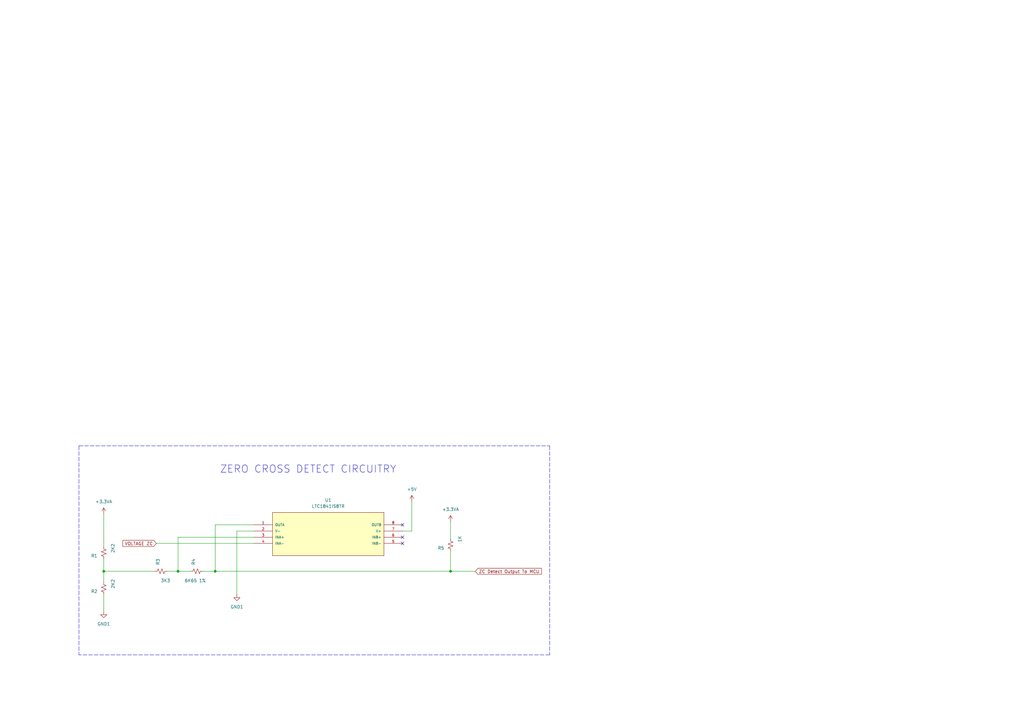
<source format=kicad_sch>
(kicad_sch (version 20211123) (generator eeschema)
  (paper "A3")
  (lib_symbols
    (symbol "Device:R_Small_US" (pin_numbers hide) (pin_names (offset 0.254) hide)
      (property "Reference" "R" (at 0.762 0.508 0))
      (property "Value" "R_Small_US" (at 0.762 -1.016 0))
      (symbol "R_Small_US_1_1"
        (polyline (pts (xy 0 0) (xy 1.016 -0.381) (xy 0 -0.762) (xy -1.016 -1.143) (xy 0 -1.524)))
        (polyline (pts (xy 0 1.524) (xy 1.016 1.143) (xy 0 0.762) (xy -1.016 0.381) (xy 0 0)))
        (pin passive line (at 0 2.54 270) (length 1.016) (name "~") (number "1"))
        (pin passive line (at 0 -2.54 90) (length 1.016) (name "~") (number "2"))
      )
    )
    (symbol "Warren Symbols 2022:LTC1841IS8TR" (pin_names (offset 1.016))
      (property "Reference" "U" (at 25.7556 9.1186 0))
      (property "Value" "LTC1841IS8TR" (at 25.1206 6.5786 0))
      (symbol "LTC1841IS8TR_0_0"
        (rectangle (start 7.62 -12.7) (end 53.34 5.08) (stroke (width 0.1524)) (fill (type background)))
        (pin output line (at 0 0 0) (length 7.62) (name "OUTA") (number "1"))
        (pin power_in line (at 0 -2.54 0) (length 7.62) (name "V-") (number "2"))
        (pin input line (at 0 -5.08 0) (length 7.62) (name "INA+") (number "3"))
        (pin input line (at 0 -7.62 0) (length 7.62) (name "INA-") (number "4"))
        (pin input line (at 60.96 -7.62 180) (length 7.62) (name "INB-") (number "5"))
        (pin input line (at 60.96 -5.08 180) (length 7.62) (name "INB+") (number "6"))
        (pin power_in line (at 60.96 -2.54 180) (length 7.62) (name "V+") (number "7"))
        (pin output line (at 60.96 0 180) (length 7.62) (name "OUTB") (number "8"))
      )
    )
    (symbol "power:+3.3VA" (power) (pin_names (offset 0))
      (property "Value" "+3.3VA" (at 0 3.556 0))
      (symbol "+3.3VA_0_1"
        (polyline (pts (xy -0.762 1.27) (xy 0 2.54)))
        (polyline (pts (xy 0 0) (xy 0 2.54)))
        (polyline (pts (xy 0 2.54) (xy 0.762 1.27)))
      )
      (symbol "+3.3VA_1_1"
        (pin power_in line (at 0 0 90) (length 0) hide (name "+3.3VA") (number "1"))
      )
    )
    (symbol "power:+5V" (power) (pin_names (offset 0))
      (property "Value" "+5V" (at 0 3.556 0))
      (symbol "+5V_0_1"
        (polyline (pts (xy -0.762 1.27) (xy 0 2.54)))
        (polyline (pts (xy 0 0) (xy 0 2.54)))
        (polyline (pts (xy 0 2.54) (xy 0.762 1.27)))
      )
      (symbol "+5V_1_1"
        (pin power_in line (at 0 0 90) (length 0) hide (name "+5V") (number "1"))
      )
    )
    (symbol "power:GND1" (power) (pin_names (offset 0))
      (property "Value" "GND1" (at 0 -3.81 0))
      (symbol "GND1_0_1"
        (polyline (pts (xy 0 0) (xy 0 -1.27) (xy 1.27 -1.27) (xy 0 -2.54) (xy -1.27 -1.27) (xy 0 -1.27)))
      )
      (symbol "GND1_1_1"
        (pin power_in line (at 0 0 270) (length 0) hide (name "GND1") (number "1"))
      )
    )
  )
  (junction (at 88.265 234.315))
  (junction (at 184.785 234.315))
  (junction (at 42.545 234.315))
  (junction (at 73.025 234.315))
  (no_connect (at 165.1 220.345))
  (no_connect (at 165.1 215.265))
  (no_connect (at 165.1 222.885))
  (wire (pts (xy 104.14 217.805) (xy 97.155 217.805)))
  (wire (pts (xy 42.545 229.235) (xy 42.545 234.315)))
  (wire (pts (xy 88.265 215.265) (xy 104.14 215.265)))
  (wire (pts (xy 88.265 234.315) (xy 88.265 215.265)))
  (wire (pts (xy 184.785 213.995) (xy 184.785 220.98)))
  (wire (pts (xy 73.025 220.345) (xy 104.14 220.345)))
  (wire (pts (xy 73.025 234.315) (xy 78.105 234.315)))
  (wire (pts (xy 42.545 210.82) (xy 42.545 224.155)))
  (wire (pts (xy 88.265 234.315) (xy 184.785 234.315)))
  (wire (pts (xy 73.025 220.345) (xy 73.025 234.315)))
  (wire (pts (xy 168.91 217.805) (xy 165.1 217.805)))
  (polyline (pts (xy 225.425 268.605) (xy 32.385 268.605)))
  (polyline (pts (xy 32.385 182.88) (xy 225.425 182.88)))
  (polyline (pts (xy 32.385 182.88) (xy 32.385 268.605)))
  (wire (pts (xy 194.945 234.315) (xy 184.785 234.315)))
  (wire (pts (xy 63.5 234.315) (xy 42.545 234.315)))
  (wire (pts (xy 97.155 217.805) (xy 97.155 243.84)))
  (wire (pts (xy 83.185 234.315) (xy 88.265 234.315)))
  (polyline (pts (xy 225.425 182.88) (xy 225.425 268.605)))
  (wire (pts (xy 42.545 234.315) (xy 42.545 238.76)))
  (wire (pts (xy 184.785 226.06) (xy 184.785 234.315)))
  (wire (pts (xy 42.545 243.84) (xy 42.545 250.825)))
  (wire (pts (xy 168.91 205.74) (xy 168.91 217.805)))
  (wire (pts (xy 64.135 222.885) (xy 104.14 222.885)))
  (wire (pts (xy 68.58 234.315) (xy 73.025 234.315)))
  (text "ZERO CROSS DETECT CIRCUITRY" (at 90.17 194.31 0) (effects (font (size 3 3)) (justify left bottom)))
  (global_label "VOLTAGE ZC" (shape input) (at 64.135 222.885 180) (property "Intersheet References" "${INTERSHEET_REFS}" (effects hide)))
  (global_label "ZC Detect Output To MCU" (shape input) (at 194.945 234.315 0) (property "Intersheet References" "${INTERSHEET_REFS}" (effects hide)))
  (symbol (lib_id "power:+3.3VA") (at 184.785 213.995 0) (unit 1)
    (property "Reference" "#PWR05" (effects hide))
    (property "Value" "+3.3VA" (at 184.785 208.915 0))
  )
  (symbol (lib_id "Warren Symbols 2022:LTC1841IS8TR") (at 104.14 215.265 0) (unit 1)
    (property "Reference" "U1" (at 134.62 205.105 0))
    (property "Value" "LTC1841IS8TR" (at 134.62 207.645 0))
    (property "Footprint" "SO-8_S" (effects hide))
    (property "VENDOR" "Linear Technology" (effects hide))
    (property "MANUFACTURER_PART_NUMBER" "ltc1841is8#tr" (effects hide))
  )
  (symbol (lib_id "Device:R_Small_US") (at 42.545 226.695 180) (unit 1)
    (property "Reference" "R1" (at 40.005 227.9651 0) (effects (justify left)))
    (property "Value" "2K2" (at 46.355 222.885 90) (effects (justify left)))
  )
  (symbol (lib_id "power:GND1") (at 42.545 250.825 0) (unit 1)
    (property "Reference" "#PWR02" (effects hide))
    (property "Value" "GND1" (at 42.545 255.905 0))
  )
  (symbol (lib_id "Device:R_Small_US") (at 184.785 223.52 180) (unit 1)
    (property "Reference" "R5" (at 182.245 224.7901 0) (effects (justify left)))
    (property "Value" "1K" (at 188.595 219.71 90) (effects (justify left)))
  )
  (symbol (lib_id "Device:R_Small_US") (at 80.645 234.315 90) (unit 1)
    (property "Reference" "R4" (at 79.3749 231.775 0) (effects (justify left)))
    (property "Value" "6K65 1%" (at 84.455 238.125 90) (effects (justify left)))
  )
  (symbol (lib_id "power:+5V") (at 168.91 205.74 0) (unit 1)
    (property "Reference" "#PWR04" (effects hide))
    (property "Value" "+5V" (at 168.91 200.66 0))
  )
  (symbol (lib_id "Device:R_Small_US") (at 42.545 241.3 180) (unit 1)
    (property "Reference" "R2" (at 40.005 242.5701 0) (effects (justify left)))
    (property "Value" "2K2" (at 46.355 237.49 90) (effects (justify left)))
  )
  (symbol (lib_id "Device:R_Small_US") (at 66.04 234.315 90) (unit 1)
    (property "Reference" "R3" (at 64.7699 231.775 0) (effects (justify left)))
    (property "Value" "3K3" (at 69.85 238.125 90) (effects (justify left)))
  )
  (symbol (lib_id "power:+3.3VA") (at 42.545 210.82 0) (unit 1)
    (property "Reference" "#PWR01" (effects hide))
    (property "Value" "+3.3VA" (at 42.545 205.74 0))
  )
  (symbol (lib_id "power:GND1") (at 97.155 243.84 0) (unit 1)
    (property "Reference" "#PWR03" (effects hide))
    (property "Value" "GND1" (at 97.155 248.92 0))
  )
)
</source>
